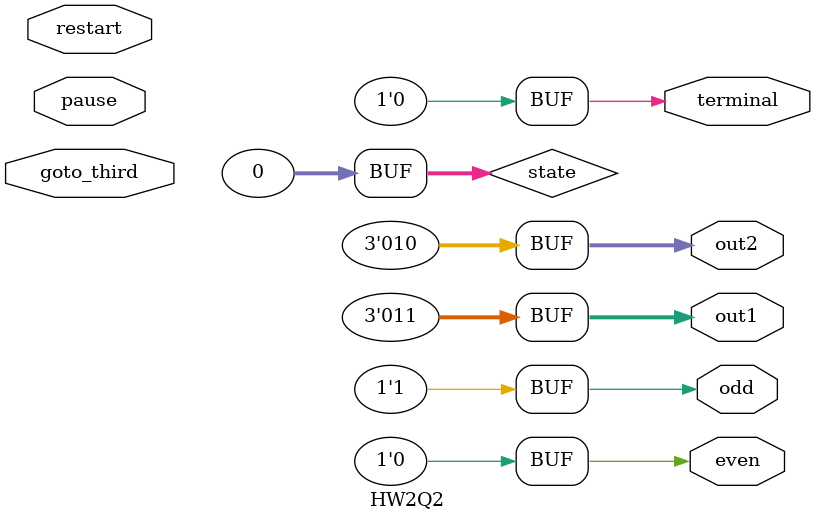
<source format=sv>
module HW2Q2(restart,pause, goto_third, out1, out2, odd, even, terminal) ;


input logic restart, pause, goto_third;
output logic [2:0] out1, out2;
output logic odd, even, terminal;


enum {first, second, third, fourth, fifth} state;


always_comb begin

state<= first;
terminal<= 0;
out1 <= 3'd3;
out2 <= 3'd2;
even <= 0;
odd <= 1;



case(state)

first: begin

	if ( restart==1 | pause ==1)begin
	state<= first;
	terminal<= 0;
	out1 <= 3'd3;
	out2 <= 3'd2;
	even <= 0;
	odd <= 1;
	
	end 
	
	else begin
	state<= second;
	terminal<=0;
	out1 <= 3'd5;
	out2 <= 3'd4;
	even <= 1;
	odd <= 0;
	
	end

end

second: begin

	
	if ( restart == 1) begin
	
	state<= first;
	terminal<= 0;
	out1 <= 3'd3;
	out2 <= 3'd2;
	even <= 0;
	odd <= 1;
	
	end
	
	
	else if ( restart == 0 && pause == 1) begin
	
	state<= second;
	terminal<=0;
	out1 <= 3'd5;
	out2 <= 3'd4;
	even <= 1;
	odd <= 0;

	end
	
	
	
	else if ( restart == 0 && pause == 0) begin
	
	state<= third;
	terminal <=0;
	out1 <= 3'd2;
	out2 <= 3'd7;
	even<=0;
	odd<= 1;
	end
	

end

third: begin

	if ( restart == 1) begin
	
	state<= first;
	terminal<= 0;
	out1 <= 3'd3;
	out2 <= 3'd2;
	even <= 0;
	odd <= 1;
	
	end



	else if ( restart == 0 && pause == 1) begin
	
	state<= third;
	terminal<=0;
	out1 <= 3'd2;
	out2 <= 3'd7;
	even <= 0;
	odd <= 1;

	end
	
	
	
	else if ( restart == 0 && pause == 0) begin
	
	state<= fourth;
	terminal <=0;
	out1 <= 3'd6;
	out2 <= 3'd3;
	even<=1;
	odd<= 0;
	end
	

end

fourth: begin

	if ( restart == 1) begin
	
	state<= first;
	terminal<= 0;
	out1 <= 3'd3;
	out2 <= 3'd2;
	even <= 0;
	odd <= 1;
	
	end
	
	else if ( restart == 0 && pause == 1) begin
	
	state<= fourth;
	terminal <=0;
	out1 <= 3'd6;
	out2 <= 3'd3;
	even<=1;
	odd<= 0;
	end
	
	else if ( restart == 0 && pause == 0) begin
	
	state<= fifth;
	terminal <=1;
	out1 <= 3'd5;
	out2 <= 3'd2;
	even<=0;
	odd<= 1;
	end
	


end

fifth: begin

	if ( goto_third == 1) begin
	
	state<= third;
	terminal<=0;
	out1 <= 3'd2;
	out2 <= 3'd7;
	even <= 0;
	odd <= 1;

	end
	
	
	else if ( restart == 1 && goto_third == 0) begin
	
	state<= first;
	terminal<= 0;
	out1 <= 3'd3;
	out2 <= 3'd2;
	even <= 0;
	odd <= 1;
	
	end
	
	else if ( restart == 0 && pause == 1 && goto_third == 0) begin
	
	state<= fifth;
	terminal <=1;
	out1 <= 3'd5;
	out2 <= 3'd2;
	even<=0;
	odd<= 1;
	end



end


default: state<= first;

endcase

//end



end


endmodule 
</source>
